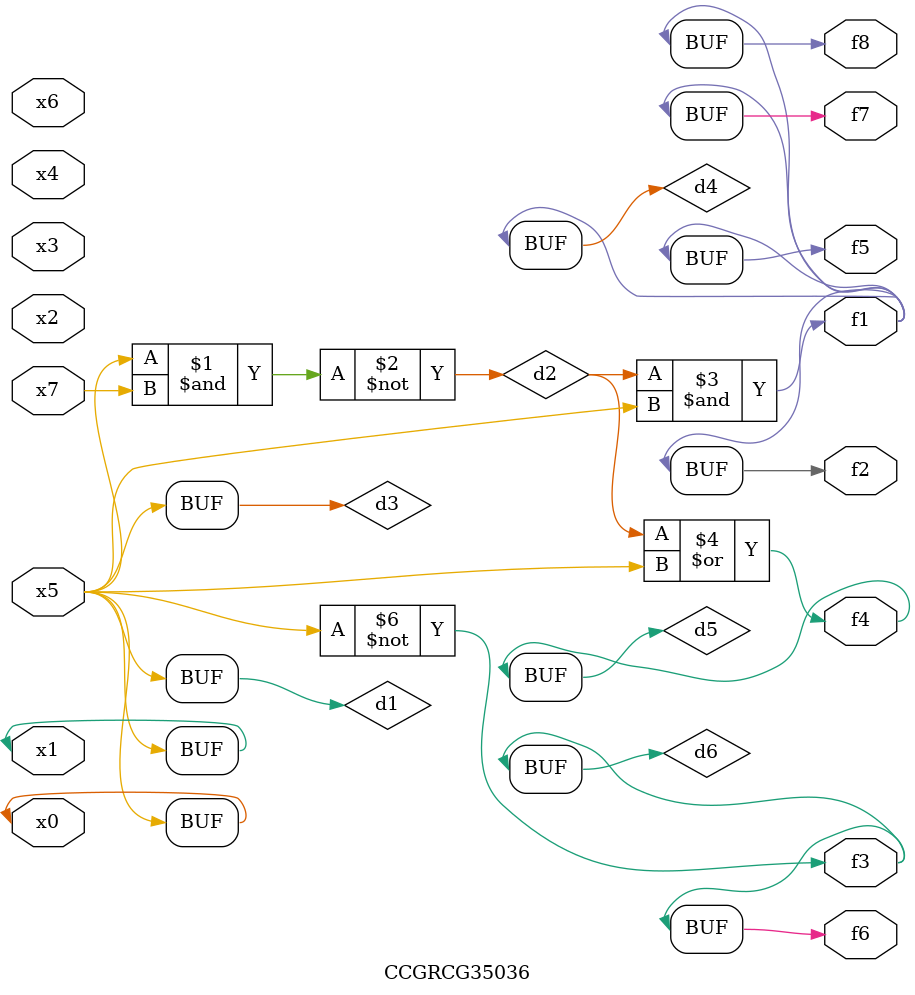
<source format=v>
module CCGRCG35036(
	input x0, x1, x2, x3, x4, x5, x6, x7,
	output f1, f2, f3, f4, f5, f6, f7, f8
);

	wire d1, d2, d3, d4, d5, d6;

	buf (d1, x0, x5);
	nand (d2, x5, x7);
	buf (d3, x0, x1);
	and (d4, d2, d3);
	or (d5, d2, d3);
	nor (d6, d1, d3);
	assign f1 = d4;
	assign f2 = d4;
	assign f3 = d6;
	assign f4 = d5;
	assign f5 = d4;
	assign f6 = d6;
	assign f7 = d4;
	assign f8 = d4;
endmodule

</source>
